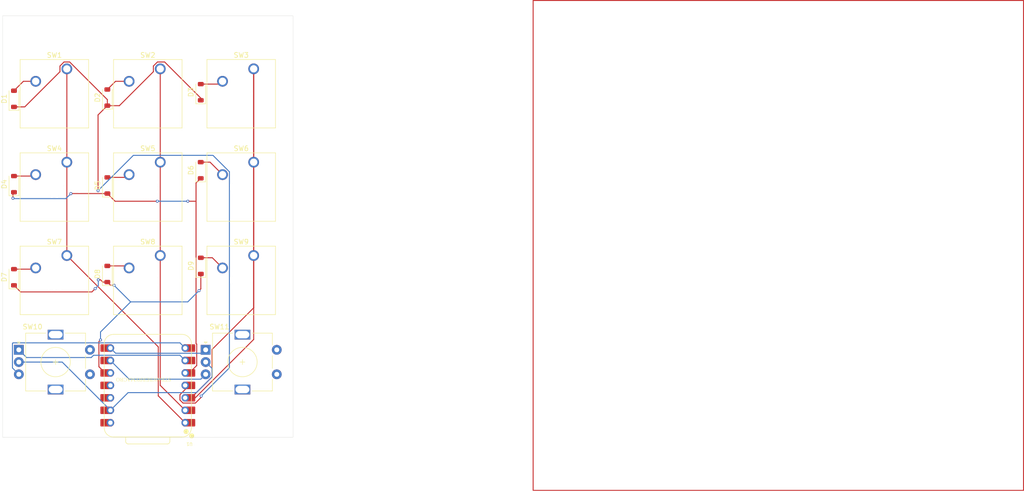
<source format=kicad_pcb>
(kicad_pcb (version 20241229) (generator "pcbnew") (generator_version "9.0")
  (layers (0 "F.Cu" signal) (2 "B.Cu" signal) (13 "F.Paste" user) (15 "B.Paste" user) (5 "F.SilkS" user "F.Silkscreen") (7 "B.SilkS" user "B.Silkscreen") (1 "F.Mask" user) (3 "B.Mask" user) (25 "Edge.Cuts" user))
  (net 0 "")
  (net 1 "Net-(D1-A)")
  (net 2 "Row 0")
  (net 3 "Net-(D2-A)")
  (net 4 "Net-(D3-A)")
  (net 5 "Net-(D4-A)")
  (net 6 "Row 1")
  (net 7 "Net-(D5-A)")
  (net 8 "Net-(D6-A)")
  (net 9 "Net-(D7-A)")
  (net 10 "Row 2")
  (net 11 "Net-(D8-A)")
  (net 12 "Net-(D9-A)")
  (net 13 "Column 0")
  (net 14 "Column 1")
  (net 15 "Column 2")
  (net 16 "Net-(U1-GPIO0{slash}TX)")
  (net 17 "GND")
  (net 18 "Net-(U1-GPIO7{slash}SCL)")
  (net 19 "Net-(U1-GPIO2{slash}SCK)")
  (net 20 "Net-(U1-GPIO1{slash}RX)")
  (footprint "Button_Switch_Keyboard:SW_Cherry_MX_1.00u_PCB" (layer "F.Cu") (at 81.12125 63.97625)
    (property "Reference" "SW4" (at -2.54 -2.794 0) (layer "F.SilkS"))
    (property "Value" "SW_Push")
    (fp_line (start -9.525 -1.905) (end 4.445 -1.905) (stroke (width 0.12)) (layer "F.SilkS"))
    (fp_line (start -9.525 12.065) (end -9.525 -1.905) (stroke (width 0.12)) (layer "F.SilkS"))
    (fp_line (start 4.445 -1.905) (end 4.445 12.065) (stroke (width 0.12)) (layer "F.SilkS"))
    (fp_line (start 4.445 12.065) (end -9.525 12.065) (stroke (width 0.12)) (layer "F.SilkS"))
    (pad "" np_thru_hole circle (at -7.62 5.08) (size 1.7 1.7) (drill 1.7) (layers "*.Cu" "*.Mask"))
    (pad "" np_thru_hole circle (at -2.54 5.08) (size 4 4) (drill 4) (layers "*.Cu" "*.Mask"))
    (pad "" np_thru_hole circle (at 2.54 5.08) (size 1.7 1.7) (drill 1.7) (layers "*.Cu" "*.Mask"))
    (pad "1" thru_hole circle (at 0 0) (size 2.2 2.2) (drill 1.5) (layers "*.Cu" "*.Mask") (net 13 "Column 0"))
    (pad "2" thru_hole circle (at -6.35 2.54) (size 2.2 2.2) (drill 1.5) (layers "*.Cu" "*.Mask") (net 5 "Net-(D4-A)"))
  )
  (footprint "Button_Switch_Keyboard:SW_Cherry_MX_1.00u_PCB" (layer "F.Cu") (at 100.17125 83.02625)
    (property "Reference" "SW8" (at -2.54 -2.794 0) (layer "F.SilkS"))
    (property "Value" "SW_Push")
    (fp_line (start -9.525 -1.905) (end 4.445 -1.905) (stroke (width 0.12)) (layer "F.SilkS"))
    (fp_line (start -9.525 12.065) (end -9.525 -1.905) (stroke (width 0.12)) (layer "F.SilkS"))
    (fp_line (start 4.445 -1.905) (end 4.445 12.065) (stroke (width 0.12)) (layer "F.SilkS"))
    (fp_line (start 4.445 12.065) (end -9.525 12.065) (stroke (width 0.12)) (layer "F.SilkS"))
    (pad "" np_thru_hole circle (at -7.62 5.08) (size 1.7 1.7) (drill 1.7) (layers "*.Cu" "*.Mask"))
    (pad "" np_thru_hole circle (at -2.54 5.08) (size 4 4) (drill 4) (layers "*.Cu" "*.Mask"))
    (pad "" np_thru_hole circle (at 2.54 5.08) (size 1.7 1.7) (drill 1.7) (layers "*.Cu" "*.Mask"))
    (pad "1" thru_hole circle (at 0 0) (size 2.2 2.2) (drill 1.5) (layers "*.Cu" "*.Mask") (net 14 "Column 1"))
    (pad "2" thru_hole circle (at -6.35 2.54) (size 2.2 2.2) (drill 1.5) (layers "*.Cu" "*.Mask") (net 11 "Net-(D8-A)"))
  )
  (footprint "Rotary_Encoder:RotaryEncoder_Alps_EC11E-Switch_Vertical_H20mm" (layer "F.Cu") (at 71.33125 102.275)
    (property "Reference" "SW10" (at 2.8 -4.7 0) (layer "F.SilkS"))
    (property "Value" "RotaryEncoder")
    (fp_line (start -0.3 -1.6) (end 0.3 -1.6) (stroke (width 0.12)) (layer "F.SilkS"))
    (fp_line (start 0 -1.3) (end -0.3 -1.6) (stroke (width 0.12)) (layer "F.SilkS"))
    (fp_line (start 0.3 -1.6) (end 0 -1.3) (stroke (width 0.12)) (layer "F.SilkS"))
    (fp_line (start 1.4 -3.4) (end 1.4 8.4) (stroke (width 0.12)) (layer "F.SilkS"))
    (fp_line (start 5.5 -3.4) (end 1.4 -3.4) (stroke (width 0.12)) (layer "F.SilkS"))
    (fp_line (start 5.5 8.4) (end 1.4 8.4) (stroke (width 0.12)) (layer "F.SilkS"))
    (fp_line (start 7 2.5) (end 8 2.5) (stroke (width 0.12)) (layer "F.SilkS"))
    (fp_line (start 7.5 2) (end 7.5 3) (stroke (width 0.12)) (layer "F.SilkS"))
    (fp_line (start 9.5 -3.4) (end 13.6 -3.4) (stroke (width 0.12)) (layer "F.SilkS"))
    (fp_line (start 13.6 -3.4) (end 13.6 -1) (stroke (width 0.12)) (layer "F.SilkS"))
    (fp_line (start 13.6 1.2) (end 13.6 3.8) (stroke (width 0.12)) (layer "F.SilkS"))
    (fp_line (start 13.6 6) (end 13.6 8.4) (stroke (width 0.12)) (layer "F.SilkS"))
    (fp_line (start 13.6 8.4) (end 9.5 8.4) (stroke (width 0.12)) (layer "F.SilkS"))
    (fp_circle (center 7.5 2.5) (end 10.5 2.5) (stroke (width 0.12)) (fill no) (layer "F.SilkS"))
    (pad "A" thru_hole rect (at 0 0) (size 2 2) (drill 1) (layers "*.Cu" "*.Mask") (net 18 "Net-(U1-GPIO7{slash}SCL)"))
    (pad "B" thru_hole circle (at 0 5) (size 2 2) (drill 1) (layers "*.Cu" "*.Mask") (net 16 "Net-(U1-GPIO0{slash}TX)"))
    (pad "C" thru_hole circle (at 0 2.5) (size 2 2) (drill 1) (layers "*.Cu" "*.Mask") (net 17 "GND"))
    (pad "MP" thru_hole rect (at 7.5 -3.1) (size 3.2 2) (drill oval 2.8 1.5) (layers "*.Cu" "*.Mask"))
    (pad "MP" thru_hole rect (at 7.5 8.1) (size 3.2 2) (drill oval 2.8 1.5) (layers "*.Cu" "*.Mask"))
    (pad "S1" thru_hole circle (at 14.5 5) (size 2 2) (drill 1) (layers "*.Cu" "*.Mask"))
    (pad "S2" thru_hole circle (at 14.5 0) (size 2 2) (drill 1) (layers "*.Cu" "*.Mask"))
  )
  (footprint "Button_Switch_Keyboard:SW_Cherry_MX_1.00u_PCB" (layer "F.Cu") (at 100.17125 44.92625)
    (property "Reference" "SW2" (at -2.54 -2.794 0) (layer "F.SilkS"))
    (property "Value" "SW_Push")
    (fp_line (start -9.525 -1.905) (end 4.445 -1.905) (stroke (width 0.12)) (layer "F.SilkS"))
    (fp_line (start -9.525 12.065) (end -9.525 -1.905) (stroke (width 0.12)) (layer "F.SilkS"))
    (fp_line (start 4.445 -1.905) (end 4.445 12.065) (stroke (width 0.12)) (layer "F.SilkS"))
    (fp_line (start 4.445 12.065) (end -9.525 12.065) (stroke (width 0.12)) (layer "F.SilkS"))
    (pad "" np_thru_hole circle (at -7.62 5.08) (size 1.7 1.7) (drill 1.7) (layers "*.Cu" "*.Mask"))
    (pad "" np_thru_hole circle (at -2.54 5.08) (size 4 4) (drill 4) (layers "*.Cu" "*.Mask"))
    (pad "" np_thru_hole circle (at 2.54 5.08) (size 1.7 1.7) (drill 1.7) (layers "*.Cu" "*.Mask"))
    (pad "1" thru_hole circle (at 0 0) (size 2.2 2.2) (drill 1.5) (layers "*.Cu" "*.Mask") (net 14 "Column 1"))
    (pad "2" thru_hole circle (at -6.35 2.54) (size 2.2 2.2) (drill 1.5) (layers "*.Cu" "*.Mask") (net 3 "Net-(D2-A)"))
  )
  (footprint "Button_Switch_Keyboard:SW_Cherry_MX_1.00u_PCB" (layer "F.Cu") (at 100.17125 63.97625)
    (property "Reference" "SW5" (at -2.54 -2.794 0) (layer "F.SilkS"))
    (property "Value" "SW_Push")
    (fp_line (start -9.525 -1.905) (end 4.445 -1.905) (stroke (width 0.12)) (layer "F.SilkS"))
    (fp_line (start -9.525 12.065) (end -9.525 -1.905) (stroke (width 0.12)) (layer "F.SilkS"))
    (fp_line (start 4.445 -1.905) (end 4.445 12.065) (stroke (width 0.12)) (layer "F.SilkS"))
    (fp_line (start 4.445 12.065) (end -9.525 12.065) (stroke (width 0.12)) (layer "F.SilkS"))
    (pad "" np_thru_hole circle (at -7.62 5.08) (size 1.7 1.7) (drill 1.7) (layers "*.Cu" "*.Mask"))
    (pad "" np_thru_hole circle (at -2.54 5.08) (size 4 4) (drill 4) (layers "*.Cu" "*.Mask"))
    (pad "" np_thru_hole circle (at 2.54 5.08) (size 1.7 1.7) (drill 1.7) (layers "*.Cu" "*.Mask"))
    (pad "1" thru_hole circle (at 0 0) (size 2.2 2.2) (drill 1.5) (layers "*.Cu" "*.Mask") (net 14 "Column 1"))
    (pad "2" thru_hole circle (at -6.35 2.54) (size 2.2 2.2) (drill 1.5) (layers "*.Cu" "*.Mask") (net 7 "Net-(D5-A)"))
  )
  (footprint "Button_Switch_Keyboard:SW_Cherry_MX_1.00u_PCB" (layer "F.Cu") (at 119.22125 83.02625)
    (property "Reference" "SW9" (at -2.54 -2.794 0) (layer "F.SilkS"))
    (property "Value" "SW_Push")
    (fp_line (start -9.525 -1.905) (end 4.445 -1.905) (stroke (width 0.12)) (layer "F.SilkS"))
    (fp_line (start -9.525 12.065) (end -9.525 -1.905) (stroke (width 0.12)) (layer "F.SilkS"))
    (fp_line (start 4.445 -1.905) (end 4.445 12.065) (stroke (width 0.12)) (layer "F.SilkS"))
    (fp_line (start 4.445 12.065) (end -9.525 12.065) (stroke (width 0.12)) (layer "F.SilkS"))
    (pad "" np_thru_hole circle (at -7.62 5.08) (size 1.7 1.7) (drill 1.7) (layers "*.Cu" "*.Mask"))
    (pad "" np_thru_hole circle (at -2.54 5.08) (size 4 4) (drill 4) (layers "*.Cu" "*.Mask"))
    (pad "" np_thru_hole circle (at 2.54 5.08) (size 1.7 1.7) (drill 1.7) (layers "*.Cu" "*.Mask"))
    (pad "1" thru_hole circle (at 0 0) (size 2.2 2.2) (drill 1.5) (layers "*.Cu" "*.Mask") (net 15 "Column 2"))
    (pad "2" thru_hole circle (at -6.35 2.54) (size 2.2 2.2) (drill 1.5) (layers "*.Cu" "*.Mask") (net 12 "Net-(D9-A)"))
  )
  (footprint "" (layer "F.Cu") (at 85.6 117.9)
    (property "Reference" "" (at 0 0 0) (layer "F.SilkS") (effects (font (size 1.27 1.27))))
    (property "Value" "")
    (pad "" np_thru_hole circle (at 0 0) (size 3.2 3.2) (drill 3.2) (layers "*.Cu" "*.Mask"))
  )
  (footprint "" (layer "F.Cu") (at 71 37)
    (property "Reference" "" (at 0 0 0) (layer "F.SilkS") (effects (font (size 1.27 1.27))))
    (property "Value" "")
    (pad "" np_thru_hole circle (at 0 0) (size 3.2 3.2) (drill 3.2) (layers "*.Cu" "*.Mask"))
  )
  (footprint "Diode_SMD:D_SOD-123" (layer "F.Cu") (at 108.43 49.6875 90)
    (property "Reference" "D3" (at 0 -2 90) (layer "F.SilkS"))
    (property "Value" "1N4148WT")
    (fp_line (start -2.36 -1) (end 1.65 -1) (stroke (width 0.12)) (layer "F.SilkS"))
    (fp_line (start -2.36 -1) (end -2.36 1) (stroke (width 0.12)) (layer "F.SilkS"))
    (fp_line (start -2.36 1) (end 1.65 1) (stroke (width 0.12)) (layer "F.SilkS"))
    (pad "1" smd roundrect (at -1.65 0 90) (size 0.9 1.2) (layers "F.Cu" "F.Mask" "F.Paste") (net 2 "Row 0"))
    (pad "2" smd roundrect (at 1.65 0 90) (size 0.9 1.2) (layers "F.Cu" "F.Mask" "F.Paste") (net 4 "Net-(D3-A)"))
  )
  (footprint "Diode_SMD:D_SOD-123" (layer "F.Cu") (at 70.34 87.4575 90)
    (property "Reference" "D7" (at 0 -2 90) (layer "F.SilkS"))
    (property "Value" "1N4148WT")
    (fp_line (start -2.36 -1) (end 1.65 -1) (stroke (width 0.12)) (layer "F.SilkS"))
    (fp_line (start -2.36 -1) (end -2.36 1) (stroke (width 0.12)) (layer "F.SilkS"))
    (fp_line (start -2.36 1) (end 1.65 1) (stroke (width 0.12)) (layer "F.SilkS"))
    (pad "1" smd roundrect (at -1.65 0 90) (size 0.9 1.2) (layers "F.Cu" "F.Mask" "F.Paste") (net 10 "Row 2"))
    (pad "2" smd roundrect (at 1.65 0 90) (size 0.9 1.2) (layers "F.Cu" "F.Mask" "F.Paste") (net 9 "Net-(D7-A)"))
  )
  (footprint "Button_Switch_Keyboard:SW_Cherry_MX_1.00u_PCB" (layer "F.Cu") (at 119.22125 44.92)
    (property "Reference" "SW3" (at -2.54 -2.794 0) (layer "F.SilkS"))
    (property "Value" "SW_Push")
    (fp_line (start -9.525 -1.905) (end 4.445 -1.905) (stroke (width 0.12)) (layer "F.SilkS"))
    (fp_line (start -9.525 12.065) (end -9.525 -1.905) (stroke (width 0.12)) (layer "F.SilkS"))
    (fp_line (start 4.445 -1.905) (end 4.445 12.065) (stroke (width 0.12)) (layer "F.SilkS"))
    (fp_line (start 4.445 12.065) (end -9.525 12.065) (stroke (width 0.12)) (layer "F.SilkS"))
    (pad "" np_thru_hole circle (at -7.62 5.08) (size 1.7 1.7) (drill 1.7) (layers "*.Cu" "*.Mask"))
    (pad "" np_thru_hole circle (at -2.54 5.08) (size 4 4) (drill 4) (layers "*.Cu" "*.Mask"))
    (pad "" np_thru_hole circle (at 2.54 5.08) (size 1.7 1.7) (drill 1.7) (layers "*.Cu" "*.Mask"))
    (pad "1" thru_hole circle (at 0 0) (size 2.2 2.2) (drill 1.5) (layers "*.Cu" "*.Mask") (net 15 "Column 2"))
    (pad "2" thru_hole circle (at -6.35 2.54) (size 2.2 2.2) (drill 1.5) (layers "*.Cu" "*.Mask") (net 4 "Net-(D3-A)"))
  )
  (footprint "Diode_SMD:D_SOD-123" (layer "F.Cu") (at 89.39 68.7275 90)
    (property "Reference" "D5" (at 0 -2 90) (layer "F.SilkS"))
    (property "Value" "1N4148WT")
    (fp_line (start -2.36 -1) (end 1.65 -1) (stroke (width 0.12)) (layer "F.SilkS"))
    (fp_line (start -2.36 -1) (end -2.36 1) (stroke (width 0.12)) (layer "F.SilkS"))
    (fp_line (start -2.36 1) (end 1.65 1) (stroke (width 0.12)) (layer "F.SilkS"))
    (pad "1" smd roundrect (at -1.65 0 90) (size 0.9 1.2) (layers "F.Cu" "F.Mask" "F.Paste") (net 6 "Row 1"))
    (pad "2" smd roundrect (at 1.65 0 90) (size 0.9 1.2) (layers "F.Cu" "F.Mask" "F.Paste") (net 7 "Net-(D5-A)"))
  )
  (footprint "OPL LIB:XIAO-RP2040-DIP" (layer "F.Cu") (at 97.63125 109.5375 180)
    (property "Reference" "U1" (at -8.5 -12 180) (layer "F.SilkS") (effects (font (size 0.635 0.635) (thickness 0.1016))))
    (property "Value" "XIAO-RP2040-DIP")
    (fp_line (start 8.89 8.509) (end 8.89 -8.636) (stroke (width 0.127)) (layer "F.SilkS"))
    (fp_line (start 6.985 -10.541) (end -6.985 -10.541) (stroke (width 0.1)) (layer "F.SilkS"))
    (fp_line (start 6.985 -10.541) (end -6.985 -10.541) (stroke (width 0.127)) (layer "F.SilkS"))
    (fp_line (start 4.504 -11.451) (end 4.504 -10.541) (stroke (width 0.127)) (layer "F.SilkS"))
    (fp_line (start -3.991272 -11.951) (end 4.004 -11.951) (stroke (width 0.127)) (layer "F.SilkS"))
    (fp_line (start -4.495 -10.541) (end -4.491272 -11.451272) (stroke (width 0.127)) (layer "F.SilkS"))
    (fp_line (start -6.985 10.414) (end 6.985 10.414) (stroke (width 0.127)) (layer "F.SilkS"))
    (fp_line (start -8.89 8.509) (end -8.89 -8.636) (stroke (width 0.127)) (layer "F.SilkS"))
    (fp_arc (start 8.89 8.509) (mid 8.332038 9.856038) (end 6.985 10.414) (stroke (width 0.127)) (layer "F.SilkS"))
    (fp_arc (start 6.985 -10.541) (mid 8.332038 -9.983038) (end 8.89 -8.636) (stroke (width 0.127)) (layer "F.SilkS"))
    (fp_arc (start 4.004 -11.951) (mid 4.357553 -11.804553) (end 4.504 -11.451) (stroke (width 0.127)) (layer "F.SilkS"))
    (fp_arc (start -4.491272 -11.451272) (mid -4.344728 -11.80464) (end -3.991272 -11.951) (stroke (width 0.127)) (layer "F.SilkS"))
    (fp_arc (start -6.985 10.414) (mid -8.332038 9.856038) (end -8.89 8.509) (stroke (width 0.127)) (layer "F.SilkS"))
    (fp_arc (start -8.89 -8.636) (mid -8.332038 -9.983038) (end -6.985 -10.541) (stroke (width 0.127)) (layer "F.SilkS"))
    (fp_circle (center -7.807 -9.42) (end -7.807 -9.674) (stroke (width 0.5)) (fill yes) (layer "F.SilkS"))
    (fp_circle (center -8.95 -10.3) (end -8.95 -10.554) (stroke (width 0.5)) (fill yes) (layer "F.SilkS"))
    (pad "1" smd roundrect (at -8.455 -7.62) (size 2.432 1.524) (layers "F.Cu" "F.Mask") (roundrect_rratio 0.1) (net 13 "Column 0"))
    (pad "1" thru_hole circle (at -7.62 -7.62) (size 1.524 1.524) (drill 0.889) (layers "*.Cu" "*.Mask") (net 13 "Column 0"))
    (pad "2" smd roundrect (at -8.455 -5.08) (size 2.432 1.524) (layers "F.Cu" "F.Mask") (roundrect_rratio 0.1) (net 14 "Column 1"))
    (pad "2" thru_hole circle (at -7.62 -5.08) (size 1.524 1.524) (drill 0.889) (layers "*.Cu" "*.Mask") (net 14 "Column 1"))
    (pad "3" smd roundrect (at -8.455 -2.54) (size 2.432 1.524) (layers "F.Cu" "F.Mask") (roundrect_rratio 0.1) (net 15 "Column 2"))
    (pad "3" thru_hole circle (at -7.62 -2.54) (size 1.524 1.524) (drill 0.889) (layers "*.Cu" "*.Mask") (net 15 "Column 2"))
    (pad "4" smd roundrect (at -8.455 0) (size 2.432 1.524) (layers "F.Cu" "F.Mask") (roundrect_rratio 0.1) (net 2 "Row 0"))
    (pad "4" thru_hole circle (at -7.62 0) (size 1.524 1.524) (drill 0.889) (layers "*.Cu" "*.Mask") (net 2 "Row 0"))
    (pad "5" smd roundrect (at -8.455 2.54) (size 2.432 1.524) (layers "F.Cu" "F.Mask") (roundrect_rratio 0.1) (net 6 "Row 1"))
    (pad "5" thru_hole circle (at -7.62 2.54) (size 1.524 1.524) (drill 0.889) (layers "*.Cu" "*.Mask") (net 6 "Row 1"))
    (pad "6" smd roundrect (at -8.455 5.08) (size 2.432 1.524) (layers "F.Cu" "F.Mask") (roundrect_rratio 0.1) (net 18 "Net-(U1-GPIO7{slash}SCL)"))
    (pad "6" thru_hole circle (at -7.62 5.08) (size 1.524 1.524) (drill 0.889) (layers "*.Cu" "*.Mask") (net 18 "Net-(U1-GPIO7{slash}SCL)"))
    (pad "7" smd roundrect (at -8.455 7.62) (size 2.432 1.524) (layers "F.Cu" "F.Mask") (roundrect_rratio 0.1) (net 16 "Net-(U1-GPIO0{slash}TX)"))
    (pad "7" thru_hole circle (at -7.62 7.62) (size 1.524 1.524) (drill 0.889) (layers "*.Cu" "*.Mask") (net 16 "Net-(U1-GPIO0{slash}TX)"))
    (pad "8" thru_hole circle (at 7.62 7.62 180) (size 1.524 1.524) (drill 0.889) (layers "*.Cu" "*.Mask") (net 20 "Net-(U1-GPIO1{slash}RX)"))
    (pad "8" smd roundrect (at 8.455 7.62 180) (size 2.432 1.524) (layers "F.Cu" "F.Mask") (roundrect_rratio 0.1) (net 20 "Net-(U1-GPIO1{slash}RX)"))
    (pad "9" thru_hole circle (at 7.62 5.08 180) (size 1.524 1.524) (drill 0.889) (layers "*.Cu" "*.Mask") (net 19 "Net-(U1-GPIO2{slash}SCK)"))
    (pad "9" smd roundrect (at 8.455 5.08 180) (size 2.432 1.524) (layers "F.Cu" "F.Mask") (roundrect_rratio 0.1) (net 19 "Net-(U1-GPIO2{slash}SCK)"))
    (pad "10" thru_hole circle (at 7.62 2.54 180) (size 1.524 1.524) (drill 0.889) (layers "*.Cu" "*.Mask") (net 10 "Row 2"))
    (pad "10" smd roundrect (at 8.455 2.54 180) (size 2.432 1.524) (layers "F.Cu" "F.Mask") (roundrect_rratio 0.1) (net 10 "Row 2"))
    (pad "11" thru_hole circle (at 7.62 0 180) (size 1.524 1.524) (drill 0.889) (layers "*.Cu" "*.Mask"))
    (pad "11" smd roundrect (at 8.455 0 180) (size 2.432 1.524) (layers "F.Cu" "F.Mask") (roundrect_rratio 0.1))
    (pad "12" thru_hole circle (at 7.62 -2.54 180) (size 1.524 1.524) (drill 0.889) (layers "*.Cu" "*.Mask"))
    (pad "12" smd roundrect (at 8.455 -2.54 180) (size 2.432 1.524) (layers "F.Cu" "F.Mask") (roundrect_rratio 0.1))
    (pad "13" thru_hole circle (at 7.62 -5.08 180) (size 1.524 1.524) (drill 0.889) (layers "*.Cu" "*.Mask") (net 17 "GND"))
    (pad "13" smd roundrect (at 8.455 -5.08 180) (size 2.432 1.524) (layers "F.Cu" "F.Mask") (roundrect_rratio 0.1) (net 17 "GND"))
    (pad "14" thru_hole circle (at 7.62 -7.62 180) (size 1.524 1.524) (drill 0.889) (layers "*.Cu" "*.Mask"))
    (pad "14" smd roundrect (at 8.455 -7.62 180) (size 2.432 1.524) (layers "F.Cu" "F.Mask") (roundrect_rratio 0.1))
  )
  (footprint "Diode_SMD:D_SOD-123" (layer "F.Cu") (at 70.34 51.0375 90)
    (property "Reference" "D1" (at 0 -2 90) (layer "F.SilkS"))
    (property "Value" "1N4148WT")
    (fp_line (start -2.36 -1) (end 1.65 -1) (stroke (width 0.12)) (layer "F.SilkS"))
    (fp_line (start -2.36 -1) (end -2.36 1) (stroke (width 0.12)) (layer "F.SilkS"))
    (fp_line (start -2.36 1) (end 1.65 1) (stroke (width 0.12)) (layer "F.SilkS"))
    (pad "1" smd roundrect (at -1.65 0 90) (size 0.9 1.2) (layers "F.Cu" "F.Mask" "F.Paste") (net 2 "Row 0"))
    (pad "2" smd roundrect (at 1.65 0 90) (size 0.9 1.2) (layers "F.Cu" "F.Mask" "F.Paste") (net 1 "Net-(D1-A)"))
  )
  (footprint "Diode_SMD:D_SOD-123" (layer "F.Cu") (at 70.34 68.4575 90)
    (property "Reference" "D4" (at 0 -2 90) (layer "F.SilkS"))
    (property "Value" "1N4148WT")
    (fp_line (start -2.36 -1) (end 1.65 -1) (stroke (width 0.12)) (layer "F.SilkS"))
    (fp_line (start -2.36 -1) (end -2.36 1) (stroke (width 0.12)) (layer "F.SilkS"))
    (fp_line (start -2.36 1) (end 1.65 1) (stroke (width 0.12)) (layer "F.SilkS"))
    (pad "1" smd roundrect (at -1.65 0 90) (size 0.9 1.2) (layers "F.Cu" "F.Mask" "F.Paste") (net 6 "Row 1"))
    (pad "2" smd roundrect (at 1.65 0 90) (size 0.9 1.2) (layers "F.Cu" "F.Mask" "F.Paste") (net 5 "Net-(D4-A)"))
  )
  (footprint "Diode_SMD:D_SOD-123" (layer "F.Cu") (at 108.44 85.1375 90)
    (property "Reference" "D9" (at 0 -2 90) (layer "F.SilkS"))
    (property "Value" "1N4148WT")
    (fp_line (start -2.36 -1) (end 1.65 -1) (stroke (width 0.12)) (layer "F.SilkS"))
    (fp_line (start -2.36 -1) (end -2.36 1) (stroke (width 0.12)) (layer "F.SilkS"))
    (fp_line (start -2.36 1) (end 1.65 1) (stroke (width 0.12)) (layer "F.SilkS"))
    (pad "1" smd roundrect (at -1.65 0 90) (size 0.9 1.2) (layers "F.Cu" "F.Mask" "F.Paste") (net 10 "Row 2"))
    (pad "2" smd roundrect (at 1.65 0 90) (size 0.9 1.2) (layers "F.Cu" "F.Mask" "F.Paste") (net 12 "Net-(D9-A)"))
  )
  (footprint "Diode_SMD:D_SOD-123" (layer "F.Cu") (at 89.38 86.7975 90)
    (property "Reference" "D8" (at 0 -2 90) (layer "F.SilkS"))
    (property "Value" "1N4148WT")
    (fp_line (start -2.36 -1) (end 1.65 -1) (stroke (width 0.12)) (layer "F.SilkS"))
    (fp_line (start -2.36 -1) (end -2.36 1) (stroke (width 0.12)) (layer "F.SilkS"))
    (fp_line (start -2.36 1) (end 1.65 1) (stroke (width 0.12)) (layer "F.SilkS"))
    (pad "1" smd roundrect (at -1.65 0 90) (size 0.9 1.2) (layers "F.Cu" "F.Mask" "F.Paste") (net 10 "Row 2"))
    (pad "2" smd roundrect (at 1.65 0 90) (size 0.9 1.2) (layers "F.Cu" "F.Mask" "F.Paste") (net 11 "Net-(D8-A)"))
  )
  (footprint "" (layer "F.Cu") (at 110.61 117.88)
    (property "Reference" "" (at 0 0 0) (layer "F.SilkS") (effects (font (size 1.27 1.27))))
    (property "Value" "")
    (pad "" np_thru_hole circle (at 0 0) (size 3.2 3.2) (drill 3.2) (layers "*.Cu" "*.Mask"))
  )
  (footprint "Diode_SMD:D_SOD-123" (layer "F.Cu") (at 89.38 50.7875 90)
    (property "Reference" "D2" (at 0 -2 90) (layer "F.SilkS"))
    (property "Value" "1N4148WT")
    (fp_line (start -2.36 -1) (end 1.65 -1) (stroke (width 0.12)) (layer "F.SilkS"))
    (fp_line (start -2.36 -1) (end -2.36 1) (stroke (width 0.12)) (layer "F.SilkS"))
    (fp_line (start -2.36 1) (end 1.65 1) (stroke (width 0.12)) (layer "F.SilkS"))
    (pad "1" smd roundrect (at -1.65 0 90) (size 0.9 1.2) (layers "F.Cu" "F.Mask" "F.Paste") (net 2 "Row 0"))
    (pad "2" smd roundrect (at 1.65 0 90) (size 0.9 1.2) (layers "F.Cu" "F.Mask" "F.Paste") (net 3 "Net-(D2-A)"))
  )
  (footprint "Button_Switch_Keyboard:SW_Cherry_MX_1.00u_PCB" (layer "F.Cu") (at 119.22125 63.97625)
    (property "Reference" "SW6" (at -2.54 -2.794 0) (layer "F.SilkS"))
    (property "Value" "SW_Push")
    (fp_line (start -9.525 -1.905) (end 4.445 -1.905) (stroke (width 0.12)) (layer "F.SilkS"))
    (fp_line (start -9.525 12.065) (end -9.525 -1.905) (stroke (width 0.12)) (layer "F.SilkS"))
    (fp_line (start 4.445 -1.905) (end 4.445 12.065) (stroke (width 0.12)) (layer "F.SilkS"))
    (fp_line (start 4.445 12.065) (end -9.525 12.065) (stroke (width 0.12)) (layer "F.SilkS"))
    (pad "" np_thru_hole circle (at -7.62 5.08) (size 1.7 1.7) (drill 1.7) (layers "*.Cu" "*.Mask"))
    (pad "" np_thru_hole circle (at -2.54 5.08) (size 4 4) (drill 4) (layers "*.Cu" "*.Mask"))
    (pad "" np_thru_hole circle (at 2.54 5.08) (size 1.7 1.7) (drill 1.7) (layers "*.Cu" "*.Mask"))
    (pad "1" thru_hole circle (at 0 0) (size 2.2 2.2) (drill 1.5) (layers "*.Cu" "*.Mask") (net 15 "Column 2"))
    (pad "2" thru_hole circle (at -6.35 2.54) (size 2.2 2.2) (drill 1.5) (layers "*.Cu" "*.Mask") (net 8 "Net-(D6-A)"))
  )
  (footprint "Diode_SMD:D_SOD-123" (layer "F.Cu") (at 108.42 65.6175 90)
    (property "Reference" "D6" (at 0 -2 90) (layer "F.SilkS"))
    (property "Value" "1N4148WT")
    (fp_line (start -2.36 -1) (end 1.65 -1) (stroke (width 0.12)) (layer "F.SilkS"))
    (fp_line (start -2.36 -1) (end -2.36 1) (stroke (width 0.12)) (layer "F.SilkS"))
    (fp_line (start -2.36 1) (end 1.65 1) (stroke (width 0.12)) (layer "F.SilkS"))
    (pad "1" smd roundrect (at -1.65 0 90) (size 0.9 1.2) (layers "F.Cu" "F.Mask" "F.Paste") (net 6 "Row 1"))
    (pad "2" smd roundrect (at 1.65 0 90) (size 0.9 1.2) (layers "F.Cu" "F.Mask" "F.Paste") (net 8 "Net-(D6-A)"))
  )
  (footprint "" (layer "F.Cu") (at 124 37)
    (property "Reference" "" (at 0 0 0) (layer "F.SilkS") (effects (font (size 1.27 1.27))))
    (property "Value" "")
    (pad "" np_thru_hole circle (at 0 0) (size 3.2 3.2) (drill 3.2) (layers "*.Cu" "*.Mask"))
  )
  (footprint "Button_Switch_Keyboard:SW_Cherry_MX_1.00u_PCB" (layer "F.Cu") (at 81.12125 44.92625)
    (property "Reference" "SW1" (at -2.54 -2.794 0) (layer "F.SilkS"))
    (property "Value" "SW_Push")
    (fp_line (start -9.525 -1.905) (end 4.445 -1.905) (stroke (width 0.12)) (layer "F.SilkS"))
    (fp_line (start -9.525 12.065) (end -9.525 -1.905) (stroke (width 0.12)) (layer "F.SilkS"))
    (fp_line (start 4.445 -1.905) (end 4.445 12.065) (stroke (width 0.12)) (layer "F.SilkS"))
    (fp_line (start 4.445 12.065) (end -9.525 12.065) (stroke (width 0.12)) (layer "F.SilkS"))
    (pad "" np_thru_hole circle (at -7.62 5.08) (size 1.7 1.7) (drill 1.7) (layers "*.Cu" "*.Mask"))
    (pad "" np_thru_hole circle (at -2.54 5.08) (size 4 4) (drill 4) (layers "*.Cu" "*.Mask"))
    (pad "" np_thru_hole circle (at 2.54 5.08) (size 1.7 1.7) (drill 1.7) (layers "*.Cu" "*.Mask"))
    (pad "1" thru_hole circle (at 0 0) (size 2.2 2.2) (drill 1.5) (layers "*.Cu" "*.Mask") (net 13 "Column 0"))
    (pad "2" thru_hole circle (at -6.35 2.54) (size 2.2 2.2) (drill 1.5) (layers "*.Cu" "*.Mask") (net 1 "Net-(D1-A)"))
  )
  (footprint "Button_Switch_Keyboard:SW_Cherry_MX_1.00u_PCB" (layer "F.Cu") (at 81.12125 83.02625)
    (property "Reference" "SW7" (at -2.54 -2.794 0) (layer "F.SilkS"))
    (property "Value" "SW_Push")
    (fp_line (start -9.525 -1.905) (end 4.445 -1.905) (stroke (width 0.12)) (layer "F.SilkS"))
    (fp_line (start -9.525 12.065) (end -9.525 -1.905) (stroke (width 0.12)) (layer "F.SilkS"))
    (fp_line (start 4.445 -1.905) (end 4.445 12.065) (stroke (width 0.12)) (layer "F.SilkS"))
    (fp_line (start 4.445 12.065) (end -9.525 12.065) (stroke (width 0.12)) (layer "F.SilkS"))
    (pad "" np_thru_hole circle (at -7.62 5.08) (size 1.7 1.7) (drill 1.7) (layers "*.Cu" "*.Mask"))
    (pad "" np_thru_hole circle (at -2.54 5.08) (size 4 4) (drill 4) (layers "*.Cu" "*.Mask"))
    (pad "" np_thru_hole circle (at 2.54 5.08) (size 1.7 1.7) (drill 1.7) (layers "*.Cu" "*.Mask"))
    (pad "1" thru_hole circle (at 0 0) (size 2.2 2.2) (drill 1.5) (layers "*.Cu" "*.Mask") (net 13 "Column 0"))
    (pad "2" thru_hole circle (at -6.35 2.54) (size 2.2 2.2) (drill 1.5) (layers "*.Cu" "*.Mask") (net 9 "Net-(D7-A)"))
  )
  (footprint "Rotary_Encoder:RotaryEncoder_Alps_EC11E-Switch_Vertical_H20mm" (layer "F.Cu") (at 109.43125 102.275)
    (property "Reference" "SW11" (at 2.8 -4.7 0) (layer "F.SilkS"))
    (property "Value" "RotaryEncoder")
    (fp_line (start -0.3 -1.6) (end 0.3 -1.6) (stroke (width 0.12)) (layer "F.SilkS"))
    (fp_line (start 0 -1.3) (end -0.3 -1.6) (stroke (width 0.12)) (layer "F.SilkS"))
    (fp_line (start 0.3 -1.6) (end 0 -1.3) (stroke (width 0.12)) (layer "F.SilkS"))
    (fp_line (start 1.4 -3.4) (end 1.4 8.4) (stroke (width 0.12)) (layer "F.SilkS"))
    (fp_line (start 5.5 -3.4) (end 1.4 -3.4) (stroke (width 0.12)) (layer "F.SilkS"))
    (fp_line (start 5.5 8.4) (end 1.4 8.4) (stroke (width 0.12)) (layer "F.SilkS"))
    (fp_line (start 7 2.5) (end 8 2.5) (stroke (width 0.12)) (layer "F.SilkS"))
    (fp_line (start 7.5 2) (end 7.5 3) (stroke (width 0.12)) (layer "F.SilkS"))
    (fp_line (start 9.5 -3.4) (end 13.6 -3.4) (stroke (width 0.12)) (layer "F.SilkS"))
    (fp_line (start 13.6 -3.4) (end 13.6 -1) (stroke (width 0.12)) (layer "F.SilkS"))
    (fp_line (start 13.6 1.2) (end 13.6 3.8) (stroke (width 0.12)) (layer "F.SilkS"))
    (fp_line (start 13.6 6) (end 13.6 8.4) (stroke (width 0.12)) (layer "F.SilkS"))
    (fp_line (start 13.6 8.4) (end 9.5 8.4) (stroke (width 0.12)) (layer "F.SilkS"))
    (fp_circle (center 7.5 2.5) (end 10.5 2.5) (stroke (width 0.12)) (fill no) (layer "F.SilkS"))
    (pad "A" thru_hole rect (at 0 0) (size 2 2) (drill 1) (layers "*.Cu" "*.Mask") (net 20 "Net-(U1-GPIO1{slash}RX)"))
    (pad "B" thru_hole circle (at 0 5) (size 2 2) (drill 1) (layers "*.Cu" "*.Mask") (net 19 "Net-(U1-GPIO2{slash}SCK)"))
    (pad "C" thru_hole circle (at 0 2.5) (size 2 2) (drill 1) (layers "*.Cu" "*.Mask") (net 17 "GND"))
    (pad "MP" thru_hole rect (at 7.5 -3.1) (size 3.2 2) (drill oval 2.8 1.5) (layers "*.Cu" "*.Mask"))
    (pad "MP" thru_hole rect (at 7.5 8.1) (size 3.2 2) (drill oval 2.8 1.5) (layers "*.Cu" "*.Mask"))
    (pad "S1" thru_hole circle (at 14.5 5) (size 2 2) (drill 1) (layers "*.Cu" "*.Mask"))
    (pad "S2" thru_hole circle (at 14.5 0) (size 2 2) (drill 1) (layers "*.Cu" "*.Mask"))
  )
  (gr_rect (start 176.2125 30.96875) (end 276.2125 130.96875) (stroke (width 0.2)) (fill no) (layer "F.Cu"))
  (gr_rect (start 68.01 34.11) (end 127.25 120.11) (stroke (width 0.05)) (fill no) (layer "Edge.Cuts"))
  (gr_text "STRAWBERRYMACRO" (at 102.4 107.9 180) (layer "F.SilkS") (effects (font (size 0.7 0.7) (thickness 0.1)) (justify left bottom)))
  (segment (start 74.77125 47.46625) (end 72.26125 47.46625) (width 0.2) (layer "F.Cu") (net 1))
  (segment (start 72.26125 47.46625) (end 70.34 49.3875) (width 0.2) (layer "F.Cu") (net 1))
  (segment (start 91.839314 52.4375) (end 98.77025 45.506564) (width 0.2) (layer "F.Cu") (net 2))
  (segment (start 89.38 52.4375) (end 91.839314 52.4375) (width 0.2) (layer "F.Cu") (net 2))
  (segment (start 107.341876 113.1405) (end 104.81094 113.1405) (width 0.2) (layer "F.Cu") (net 2))
  (segment (start 98.77025 44.345936) (end 99.590936 43.52525) (width 0.2) (layer "F.Cu") (net 2))
  (segment (start 108.43 50.8875) (end 108.43 51.3375) (width 0.2) (layer "F.Cu") (net 2))
  (segment (start 108.50914 111.71914) (end 108.50914 111.973236) (width 0.2) (layer "F.Cu") (net 2))
  (segment (start 87.49 54.3275) (end 87.49 69.7775) (width 0.2) (layer "F.Cu") (net 2))
  (segment (start 99.590936 43.52525) (end 101.06775 43.52525) (width 0.2) (layer "F.Cu") (net 2))
  (segment (start 80.540936 43.52525) (end 81.701564 43.52525) (width 0.2) (layer "F.Cu") (net 2))
  (segment (start 79.72025 44.345936) (end 80.540936 43.52525) (width 0.2) (layer "F.Cu") (net 2))
  (segment (start 104.18825 112.51781) (end 104.18825 111.4355) (width 0.2) (layer "F.Cu") (net 2))
  (segment (start 72.539314 52.6875) (end 79.72025 45.506564) (width 0.2) (layer "F.Cu") (net 2))
  (segment (start 81.701564 43.52525) (end 89.38 51.203686) (width 0.2) (layer "F.Cu") (net 2))
  (segment (start 98.77025 45.506564) (end 98.77025 44.345936) (width 0.2) (layer "F.Cu") (net 2))
  (segment (start 89.38 51.203686) (end 89.38 52.4375) (width 0.2) (layer "F.Cu") (net 2))
  (segment (start 108.50914 111.973236) (end 107.341876 113.1405) (width 0.2) (layer "F.Cu") (net 2))
  (segment (start 104.81094 113.1405) (end 104.18825 112.51781) (width 0.2) (layer "F.Cu") (net 2))
  (segment (start 101.06775 43.52525) (end 108.43 50.8875) (width 0.2) (layer "F.Cu") (net 2))
  (segment (start 79.72025 45.506564) (end 79.72025 44.345936) (width 0.2) (layer "F.Cu") (net 2))
  (segment (start 70.34 52.6875) (end 72.539314 52.6875) (width 0.2) (layer "F.Cu") (net 2))
  (segment (start 104.18825 111.4355) (end 106.08625 109.5375) (width 0.2) (layer "F.Cu") (net 2))
  (segment (start 89.38 52.4375) (end 87.49 54.3275) (width 0.2) (layer "F.Cu") (net 2))
  (via (at 87.49 69.7775) (size 0.6) (drill 0.3) (layers "F.Cu" "B.Cu") (net 2))
  (via (at 108.50914 111.71914) (size 0.6) (drill 0.3) (layers "F.Cu" "B.Cu") (net 2))
  (segment (start 110.911564 62.57525) (end 114.27225 65.935936) (width 0.2) (layer "B.Cu") (net 2))
  (segment (start 114.27225 65.935936) (end 114.27225 105.95603) (width 0.2) (layer "B.Cu") (net 2))
  (segment (start 87.49 69.7775) (end 94.69225 62.57525) (width 0.2) (layer "B.Cu") (net 2))
  (segment (start 94.69225 62.57525) (end 110.911564 62.57525) (width 0.2) (layer "B.Cu") (net 2))
  (segment (start 114.27225 105.95603) (end 108.50914 111.71914) (width 0.2) (layer "B.Cu") (net 2))
  (segment (start 91.05125 47.46625) (end 93.82125 47.46625) (width 0.2) (layer "F.Cu") (net 3))
  (segment (start 89.38 49.1375) (end 91.05125 47.46625) (width 0.2) (layer "F.Cu") (net 3))
  (segment (start 108.43 48.0375) (end 112.29375 48.0375) (width 0.2) (layer "F.Cu") (net 4))
  (segment (start 112.29375 48.0375) (end 112.87125 47.46) (width 0.2) (layer "F.Cu") (net 4))
  (segment (start 74.48 66.8075) (end 74.77125 66.51625) (width 0.2) (layer "F.Cu") (net 5))
  (segment (start 70.34 66.8075) (end 74.48 66.8075) (width 0.2) (layer "F.Cu") (net 5))
  (segment (start 105.79 71.94) (end 107.43 71.94) (width 0.2) (layer "F.Cu") (net 6))
  (segment (start 89.39 70.3775) (end 90.9525 71.94) (width 0.2) (layer "F.Cu") (net 6))
  (segment (start 107.43 71.94) (end 107.47 71.98) (width 0.2) (layer "F.Cu") (net 6))
  (segment (start 107.60325 105.4805) (end 106.08625 106.9975) (width 0.2) (layer "F.Cu") (net 6))
  (segment (start 90.9525 71.94) (end 99.57125 71.94) (width 0.2) (layer "F.Cu") (net 6))
  (segment (start 70.13 71.33) (end 70.13 70.3175) (width 0.2) (layer "F.Cu") (net 6))
  (segment (start 107.60325 101.115874) (end 107.60325 105.4805) (width 0.2) (layer "F.Cu") (net 6))
  (segment (start 107.47 100.982624) (end 107.60325 101.115874) (width 0.2) (layer "F.Cu") (net 6))
  (segment (start 70.13 70.3175) (end 70.34 70.1075) (width 0.2) (layer "F.Cu") (net 6))
  (segment (start 107.47 71.98) (end 107.47 100.982624) (width 0.2) (layer "F.Cu") (net 6))
  (segment (start 89.39 70.3775) (end 81.9625 70.3775) (width 0.2) (layer "F.Cu") (net 6))
  (segment (start 107.47 68.2175) (end 107.47 71.98) (width 0.2) (layer "F.Cu") (net 6))
  (segment (start 108.42 67.2675) (end 107.47 68.2175) (width 0.2) (layer "F.Cu") (net 6))
  (segment (start 81.9625 70.3775) (end 81.95 70.39) (width 0.2) (layer "F.Cu") (net 6))
  (via (at 99.57125 71.94) (size 0.6) (drill 0.3) (layers "F.Cu" "B.Cu") (net 6))
  (via (at 105.79 71.94) (size 0.6) (drill 0.3) (layers "F.Cu" "B.Cu") (net 6))
  (via (at 70.13 71.33) (size 0.6) (drill 0.3) (layers "F.Cu" "B.Cu") (net 6))
  (via (at 81.95 70.39) (size 0.6) (drill 0.3) (layers "F.Cu" "B.Cu") (net 6))
  (segment (start 80.93275 71.40725) (end 70.20725 71.40725) (width 0.2) (layer "B.Cu") (net 6))
  (segment (start 99.57125 71.94) (end 105.79 71.94) (width 0.2) (layer "B.Cu") (net 6))
  (segment (start 81.95 70.39) (end 80.93275 71.40725) (width 0.2) (layer "B.Cu") (net 6))
  (segment (start 70.20725 71.40725) (end 70.13 71.33) (width 0.2) (layer "B.Cu") (net 6))
  (segment (start 89.39 67.0775) (end 93.26 67.0775) (width 0.2) (layer "F.Cu") (net 7))
  (segment (start 93.26 67.0775) (end 93.82125 66.51625) (width 0.2) (layer "F.Cu") (net 7))
  (segment (start 112.87125 66.51625) (end 110.3225 63.9675) (width 0.2) (layer "F.Cu") (net 8))
  (segment (start 110.3225 63.9675) (end 108.42 63.9675) (width 0.2) (layer "F.Cu") (net 8))
  (segment (start 74.53 85.8075) (end 74.77125 85.56625) (width 0.2) (layer "F.Cu") (net 9))
  (segment (start 70.34 85.8075) (end 74.53 85.8075) (width 0.2) (layer "F.Cu") (net 9))
  (segment (start 71.68975 90.45725) (end 86.23275 90.45725) (width 0.2) (layer "F.Cu") (net 10))
  (segment (start 90.01125 106.9975) (end 89.17625 106.9975) (width 0.2) (layer "F.Cu") (net 10))
  (segment (start 87.99 87.99) (end 88.4475 88.4475) (width 0.2) (layer "F.Cu") (net 10))
  (segment (start 88.4475 88.4475) (end 89.38 88.4475) (width 0.2) (layer "F.Cu") (net 10))
  (segment (start 86.23275 90.45725) (end 86.9 89.79) (width 0.2) (layer "F.Cu") (net 10))
  (segment (start 88.93362 106.9975) (end 90.01125 106.9975) (width 0.2) (layer "F.Cu") (net 10))
  (segment (start 87.65925 105.72313) (end 88.93362 106.9975) (width 0.2) (layer "F.Cu") (net 10))
  (segment (start 70.34 89.1075) (end 71.68975 90.45725) (width 0.2) (layer "F.Cu") (net 10))
  (segment (start 87.65925 100.58525) (end 87.65925 105.72313) (width 0.2) (layer "F.Cu") (net 10))
  (segment (start 90.0425 89.11) (end 89.38 88.4475) (width 0.2) (layer "F.Cu") (net 10))
  (segment (start 108.44 86.7875) (end 108.44 89.83) (width 0.2) (layer "F.Cu") (net 10))
  (segment (start 87.99 100.2545) (end 87.65925 100.58525) (width 0.2) (layer "F.Cu") (net 10))
  (segment (start 90.75 89.11) (end 90.0425 89.11) (width 0.2) (layer "F.Cu") (net 10))
  (segment (start 108.44 89.83) (end 108.08 90.19) (width 0.2) (layer "F.Cu") (net 10))
  (segment (start 87.54 87.99) (end 87.99 87.99) (width 0.2) (layer "F.Cu") (net 10))
  (via (at 87.54 87.99) (size 0.6) (drill 0.3) (layers "F.Cu" "B.Cu") (net 10))
  (via (at 87.99 100.2545) (size 0.6) (drill 0.3) (layers "F.Cu" "B.Cu") (net 10))
  (via (at 108.08 90.19) (size 0.6) (drill 0.3) (layers "F.Cu" "B.Cu") (net 10))
  (via (at 90.75 89.11) (size 0.6) (drill 0.3) (layers "F.Cu" "B.Cu") (net 10))
  (via (at 86.9 89.79) (size 0.6) (drill 0.3) (layers "F.Cu" "B.Cu") (net 10))
  (segment (start 87.54 89.15) (end 87.54 87.99) (width 0.2) (layer "B.Cu") (net 10))
  (segment (start 94.131 92.491) (end 90.75 89.11) (width 0.2) (layer "B.Cu") (net 10))
  (segment (start 108.08 90.19) (end 105.779 92.491) (width 0.2) (layer "B.Cu") (net 10))
  (segment (start 86.9 89.79) (end 87.54 89.15) (width 0.2) (layer "B.Cu") (net 10))
  (segment (start 105.779 92.491) (end 94.131 92.491) (width 0.2) (layer "B.Cu") (net 10))
  (segment (start 87.99 98.632) (end 87.99 100.2545) (width 0.2) (layer "B.Cu") (net 10))
  (segment (start 94.131 92.491) (end 87.99 98.632) (width 0.2) (layer "B.Cu") (net 10))
  (segment (start 93.4025 85.1475) (end 93.82125 85.56625) (width 0.2) (layer "F.Cu") (net 11))
  (segment (start 89.38 85.1475) (end 93.4025 85.1475) (width 0.2) (layer "F.Cu") (net 11))
  (segment (start 108.44 83.4875) (end 110.7925 83.4875) (width 0.2) (layer "F.Cu") (net 12))
  (segment (start 110.7925 83.4875) (end 112.87125 85.56625) (width 0.2) (layer "F.Cu") (net 12))
  (segment (start 99.77025 111.6765) (end 99.77025 101.67525) (width 0.2) (layer "F.Cu") (net 13))
  (segment (start 81.12125 44.92625) (end 81.12125 83.02625) (width 0.2) (layer "F.Cu") (net 13))
  (segment (start 105.25125 117.1575) (end 99.77025 111.6765) (width 0.2) (layer "F.Cu") (net 13))
  (segment (start 99.77025 101.67525) (end 81.12125 83.02625) (width 0.2) (layer "F.Cu") (net 13))
  (segment (start 100.17125 109.5375) (end 100.17125 83.02625) (width 0.2) (layer "F.Cu") (net 14))
  (segment (start 105.25125 114.6175) (end 100.17125 109.5375) (width 0.2) (layer "F.Cu") (net 14))
  (segment (start 100.17125 44.92625) (end 100.17125 83.02625) (width 0.2) (layer "F.Cu") (net 14))
  (segment (start 119.22125 93.70875) (end 119.22125 44.92) (width 0.2) (layer "F.Cu") (net 15))
  (segment (start 119.22125 100.1585) (end 119.22125 83.02625) (width 0.2) (layer "F.Cu") (net 15))
  (segment (start 107.30225 112.0775) (end 119.22125 100.1585) (width 0.2) (layer "F.Cu") (net 15))
  (segment (start 106.08625 112.0775) (end 107.30225 112.0775) (width 0.2) (layer "F.Cu") (net 15))
  (segment (start 119.22125 44.92) (end 119.22125 83.02625) (width 0.2) (layer "F.Cu") (net 15))
  (segment (start 110.73225 102.19775) (end 119.22125 93.70875) (width 0.2) (layer "F.Cu") (net 15))
  (segment (start 105.25125 112.0775) (end 106.468642 112.0775) (width 0.2) (layer "F.Cu") (net 15))
  (segment (start 110.73225 107.813892) (end 110.73225 102.19775) (width 0.2) (layer "F.Cu") (net 15))
  (segment (start 106.468642 112.0775) (end 110.73225 107.813892) (width 0.2) (layer "F.Cu") (net 15))
  (segment (start 70.03025 100.974) (end 70.14975 100.8545) (width 0.2) (layer "B.Cu") (net 16))
  (segment (start 70.03025 105.974) (end 70.03025 100.974) (width 0.2) (layer "B.Cu") (net 16))
  (segment (start 71.33125 107.275) (end 70.03025 105.974) (width 0.2) (layer "B.Cu") (net 16))
  (segment (start 70.14975 100.8545) (end 104.18825 100.8545) (width 0.2) (layer "B.Cu") (net 16))
  (segment (start 104.18825 100.8545) (end 105.25125 101.9175) (width 0.2) (layer "B.Cu") (net 16))
  (segment (start 93.61425 111.0145) (end 90.01125 114.6175) (width 0.2) (layer "B.Cu") (net 17))
  (segment (start 110.73225 106.076) (end 110.73225 107.813892) (width 0.2) (layer "B.Cu") (net 17))
  (segment (start 109.43125 104.775) (end 110.73225 106.076) (width 0.2) (layer "B.Cu") (net 17))
  (segment (start 107.531642 111.0145) (end 93.61425 111.0145) (width 0.2) (layer "B.Cu") (net 17))
  (segment (start 110.73225 107.813892) (end 107.531642 111.0145) (width 0.2) (layer "B.Cu") (net 17))
  (segment (start 90.01125 114.6175) (end 80.16875 104.775) (width 0.2) (layer "B.Cu") (net 17))
  (segment (start 80.16875 104.775) (end 71.33125 104.775) (width 0.2) (layer "B.Cu") (net 17))
  (segment (start 104.18825 103.3945) (end 86.551642 103.3945) (width 0.2) (layer "B.Cu") (net 18))
  (segment (start 86.551642 103.3945) (end 86.096142 103.85) (width 0.2) (layer "B.Cu") (net 18))
  (segment (start 105.25125 104.4575) (end 104.18825 103.3945) (width 0.2) (layer "B.Cu") (net 18))
  (segment (start 86.096142 103.85) (end 72.90625 103.85) (width 0.2) (layer "B.Cu") (net 18))
  (segment (start 72.90625 103.85) (end 71.33125 102.275) (width 0.2) (layer "B.Cu") (net 18))
  (segment (start 93.82875 108.275) (end 90.01125 104.4575) (width 0.2) (layer "B.Cu") (net 19))
  (segment (start 108.43125 108.275) (end 93.82875 108.275) (width 0.2) (layer "B.Cu") (net 19))
  (segment (start 109.43125 107.275) (end 108.43125 108.275) (width 0.2) (layer "B.Cu") (net 19))
  (segment (start 108.72575 102.9805) (end 91.07425 102.9805) (width 0.2) (layer "B.Cu") (net 20))
  (segment (start 91.07425 102.9805) (end 90.01125 101.9175) (width 0.2) (layer "B.Cu") (net 20))
  (segment (start 109.43125 102.275) (end 108.72575 102.9805) (width 0.2) (layer "B.Cu") (net 20))
)
</source>
